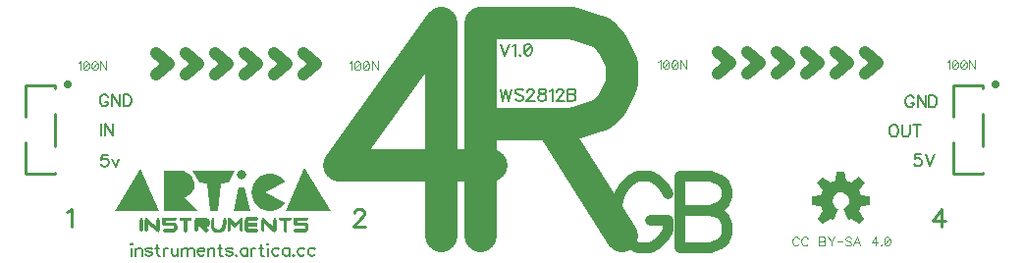
<source format=gbr>
G04 DipTrace 3.3.1.3*
G04 TopSilk.gbr*
%MOIN*%
G04 #@! TF.FileFunction,Legend,Top*
G04 #@! TF.Part,Single*
%ADD10C,0.009843*%
%ADD16C,0.03937*%
%ADD18C,0.027543*%
%ADD22C,0.015584*%
%ADD23C,0.032777*%
%ADD24C,0.012511*%
%ADD25C,0.012511*%
%ADD26C,0.012438*%
%ADD27C,0.012438*%
%ADD28C,0.013974*%
%ADD29O,0.015584X0.014044*%
%ADD30O,0.026485X0.032763*%
%ADD31O,0.007829X0.006247*%
%ADD32C,0.014047*%
%ADD33O,0.015657X0.014044*%
%ADD34O,0.012438X0.014044*%
%ADD35O,0.012438X0.010921*%
%ADD48C,0.004632*%
%ADD49C,0.006176*%
%ADD50C,0.009264*%
%ADD51C,0.111163*%
%ADD52C,0.037054*%
%FSLAX26Y26*%
G04*
G70*
G90*
G75*
G01*
G04 TopSilk*
%LPD*%
D18*
X881500Y1040539D3*
X836429Y941389D2*
D10*
Y831091D1*
Y1035698D2*
Y1027959D1*
Y1035698D2*
X738374D1*
Y929541D1*
Y842844D2*
Y735827D1*
X836429Y741273D2*
Y735827D1*
X738374D2*
X836429D1*
D18*
X4031106Y1040539D3*
X3986035Y941389D2*
D10*
Y831091D1*
Y1035698D2*
Y1027959D1*
Y1035698D2*
X3887981D1*
Y929541D1*
Y842844D2*
Y735827D1*
X3986035Y741273D2*
Y735827D1*
X3887981D2*
X3986035D1*
G36*
X3491636Y745333D2*
X3518153D1*
X3522826Y714135D1*
X3541556Y706331D1*
X3566516Y726621D1*
X3586783Y706331D1*
X3566516Y681376D1*
X3574323Y664208D1*
X3605513Y659526D1*
Y631449D1*
X3574323Y628328D1*
X3566516Y609616D1*
X3585226Y584644D1*
X3566516Y565932D1*
X3541556Y584644D1*
X3530633Y579979D1*
X3515038Y617420D1*
X3525961Y626767D1*
X3533748Y637693D1*
Y650179D1*
X3530633Y661086D1*
X3521268Y668890D1*
X3510346Y673573D1*
X3497866D1*
X3486943Y667329D1*
X3480713Y657965D1*
X3477598Y645496D1*
X3480713Y633010D1*
X3488521Y622085D1*
X3496308Y617420D1*
X3480713Y579979D1*
X3469791Y584644D1*
X3444831Y565932D1*
X3426121Y584644D1*
X3444831Y611177D1*
X3437023Y628328D1*
X3405833Y631449D1*
Y659526D1*
X3438601Y662647D1*
X3444831Y681376D1*
X3424563Y706331D1*
X3444831Y725060D1*
X3469791Y706331D1*
X3488521Y712574D1*
X3491636Y745333D1*
G37*
D22*
X1208804Y580896D3*
G36*
X1041881Y610535D2*
X1126239Y754301D1*
X1191867Y610535D1*
X1041881D1*
G37*
G36*
X1205695Y747811D2*
X1264958D1*
X1272786Y746260D1*
X1283688Y741586D1*
X1291516Y736912D1*
X1299272Y730665D1*
X1303954Y724418D1*
X1308637Y715070D1*
X1310173Y707251D1*
X1311783Y696352D1*
X1310173Y686982D1*
X1305491Y676061D1*
X1299272Y669814D1*
X1291516Y663589D1*
X1282151Y658893D1*
X1274323Y655792D1*
X1322684Y610535D1*
X1205695D1*
Y747811D1*
G37*
G36*
X1303954D2*
X1447502D1*
X1427236Y708823D1*
X1399141Y704149D1*
X1389776Y612108D1*
X1363217D1*
X1353852Y704149D1*
X1325830Y708823D1*
X1303954Y747811D1*
G37*
G36*
X1461550Y690105D2*
X1481816D1*
X1502082Y610535D1*
X1442820D1*
X1461550Y690105D1*
G37*
G36*
X1619072Y637051D2*
X1550444Y674510D1*
X1619072Y710374D1*
X1609707Y721295D1*
X1600342Y727542D1*
X1587904Y733789D1*
X1575393Y736912D1*
X1561345D1*
X1548907Y733789D1*
X1536396Y729092D1*
X1525495Y721295D1*
X1516130Y710374D1*
X1509911Y699453D1*
X1506765Y686982D1*
X1505228Y674510D1*
X1506765Y660466D1*
X1509911Y647972D1*
X1517666Y635500D1*
X1527031Y626152D1*
X1537933Y618333D1*
X1550444Y613658D1*
X1561345Y610535D1*
X1575393D1*
X1587904Y613658D1*
X1601951Y619905D1*
X1619072Y637051D1*
G37*
G36*
X1620608Y612108D2*
X1684627Y757181D1*
X1773521Y610535D1*
X1620608Y612108D1*
G37*
D23*
X1471646Y733002D3*
G36*
X1124556Y580896D2*
X1137067D1*
Y543459D1*
X1124556D1*
Y580896D1*
G37*
D24*
X1130811Y582457D3*
D25*
Y543459D3*
G36*
X1141749Y580896D2*
X1154187D1*
Y543459D1*
X1141749D1*
Y580896D1*
G37*
D26*
X1147968Y582457D3*
D27*
Y543459D3*
G36*
X1182282Y580896D2*
X1194793D1*
Y543459D1*
X1182282D1*
Y580896D1*
G37*
D24*
X1188538Y582457D3*
D25*
Y543459D3*
G36*
X1274323Y579345D2*
X1286834D1*
Y541908D1*
X1274323D1*
Y579345D1*
G37*
D24*
X1280578Y580907D3*
Y541897D3*
D28*
X1245460Y562953D3*
D29*
X1244655Y545807D3*
D22*
X1654959Y580896D3*
G36*
X1261812Y588693D2*
X1299272D1*
Y576222D1*
X1261812D1*
Y588693D1*
G37*
D24*
X1263385Y582457D3*
D26*
X1297735D3*
G36*
X1311783Y580896D2*
X1324221D1*
Y543459D1*
X1311783D1*
Y580896D1*
G37*
D26*
X1318002Y582457D3*
D27*
Y543459D3*
G36*
X1366363Y580896D2*
X1378874D1*
Y562177D1*
X1366363D1*
Y580896D1*
G37*
D24*
X1372619Y582457D3*
G36*
X1318002Y588693D2*
X1352316D1*
Y555930D1*
X1318002D1*
Y588693D1*
G37*
G36*
X1406896Y580896D2*
X1419407D1*
Y566851D1*
X1406896D1*
Y580896D1*
G37*
D24*
X1413152Y582457D3*
D30*
X1349974Y572312D3*
G36*
X1612853Y579345D2*
X1625291D1*
Y541908D1*
X1612853D1*
Y579345D1*
G37*
D26*
X1619072Y580907D3*
Y541897D3*
G36*
X1600342Y588693D2*
X1637802D1*
Y576222D1*
X1600342D1*
Y588693D1*
G37*
D24*
X1601915Y582457D3*
X1636229D3*
G36*
X1480206Y580896D2*
X1492717D1*
Y543459D1*
X1480206D1*
Y580896D1*
G37*
D24*
X1486462Y582457D3*
D25*
Y543459D3*
G36*
X1463086Y580896D2*
X1475597D1*
Y543459D1*
X1463086D1*
Y580896D1*
G37*
D24*
X1469341Y582457D3*
D25*
Y543459D3*
G36*
X1422553Y580896D2*
X1434991D1*
Y543459D1*
X1422553D1*
Y580896D1*
G37*
D26*
X1428772Y582457D3*
D27*
Y543459D3*
G36*
X1369509Y565301D2*
X1378874D1*
Y555930D1*
X1369509D1*
Y565301D1*
G37*
D31*
X1448270Y557503D3*
D32*
X1691650Y562953D3*
D33*
X1690846Y545807D3*
G36*
X1656532Y588693D2*
X1693992D1*
Y576222D1*
X1656532D1*
Y588693D1*
G37*
D26*
X1658068Y582457D3*
D24*
X1692419D3*
G36*
X1651849Y569975D2*
X1689309D1*
Y559054D1*
X1651849D1*
Y569975D1*
G37*
D34*
X1653386Y566076D3*
G36*
X1651849Y549706D2*
X1689309D1*
Y538785D1*
X1651849D1*
Y549706D1*
G37*
G36*
X1147968Y588693D2*
X1191647Y549706D1*
X1190111Y537212D1*
X1183819Y540335D1*
X1147968Y571548D1*
Y588693D1*
G37*
G36*
X1536396Y580896D2*
X1548907D1*
Y543459D1*
X1536396D1*
Y580896D1*
G37*
D24*
X1542652Y582457D3*
D25*
Y543459D3*
G36*
X1576929Y580896D2*
X1589440D1*
Y543459D1*
X1576929D1*
Y580896D1*
G37*
D24*
X1583185Y582457D3*
D25*
Y543459D3*
G36*
X1542615Y588693D2*
X1586294Y549706D1*
X1584758Y537212D1*
X1578539Y540335D1*
X1542615Y571548D1*
Y588693D1*
G37*
G36*
X1210377D2*
X1247764D1*
Y576222D1*
X1210377D1*
Y588693D1*
G37*
D26*
X1211914Y582457D3*
X1246228D3*
G36*
X1205695Y569975D2*
X1243155D1*
Y559054D1*
X1205695D1*
Y569975D1*
G37*
D34*
X1207231Y566076D3*
D35*
X1651849Y544245D3*
G36*
X1205695Y549706D2*
X1243155D1*
Y538785D1*
X1205695D1*
Y549706D1*
G37*
D35*
Y544245D3*
D26*
X1241545Y545021D3*
D25*
X1355425Y543459D3*
G36*
X1330513Y557503D2*
X1350779Y538785D1*
X1360144Y548133D1*
X1347633Y560627D1*
X1330513Y557503D1*
G37*
G36*
X1391312Y537212D2*
X1402213D1*
X1413188Y545032D1*
X1417871Y555930D1*
X1419407Y568424D1*
X1406896Y569975D1*
X1405360Y557503D1*
X1391312Y537212D1*
G37*
G36*
X1366363Y568424D2*
Y552829D1*
X1377265Y538785D1*
X1394458Y537212D1*
X1408506Y546582D1*
X1400677Y551256D1*
X1394458Y548133D1*
X1385093Y549706D1*
X1366363Y568424D1*
G37*
G36*
X1430308Y588693D2*
X1449038Y571548D1*
X1466232Y587143D1*
X1472451Y577772D1*
X1452185Y557503D1*
X1444356D1*
X1430308Y571548D1*
Y588693D1*
G37*
G36*
X1201012Y579345D2*
X1213450D1*
Y566851D1*
X1201012D1*
Y579345D1*
G37*
G36*
X1241545Y560627D2*
X1252447D1*
Y546582D1*
X1241545D1*
Y560627D1*
G37*
G36*
X1486498Y590266D2*
X1523885D1*
Y577772D1*
X1486498D1*
Y590266D1*
G37*
D27*
X1488035Y584019D3*
X1522349D3*
G36*
X1484889Y569975D2*
X1522349D1*
Y557503D1*
X1484889D1*
Y569975D1*
G37*
D24*
X1486462Y563739D3*
D26*
X1520812D3*
G36*
X1486498Y549706D2*
X1523885D1*
Y537212D1*
X1486498D1*
Y549706D1*
G37*
D27*
X1488035Y543459D3*
X1522349D3*
D24*
X1687736Y545021D3*
G36*
X1647167Y579345D2*
X1659605D1*
Y566851D1*
X1647167D1*
Y579345D1*
G37*
G36*
X1687700Y560627D2*
X1698674D1*
Y546582D1*
X1687700D1*
Y560627D1*
G37*
X1379945Y1147598D2*
D16*
X1423696Y1110098D1*
X1379945Y1072597D2*
X1423696Y1110097D1*
X3288123Y1150718D2*
X3331874Y1113218D1*
X3288123Y1075717D2*
X3331874Y1113217D1*
X1479945Y1147598D2*
X1523696Y1110098D1*
X1479945Y1072597D2*
X1523696Y1110097D1*
X3388123Y1150718D2*
X3431874Y1113218D1*
X3388123Y1075717D2*
X3431874Y1113217D1*
X1279945Y1147598D2*
X1323696Y1110098D1*
X1279945Y1072597D2*
X1323696Y1110097D1*
X3188123Y1150718D2*
X3231874Y1113218D1*
X3188123Y1075717D2*
X3231874Y1113217D1*
X1179945Y1147598D2*
X1223696Y1110098D1*
X1179945Y1072597D2*
X1223696Y1110097D1*
X3088123Y1150718D2*
X3131874Y1113218D1*
X3088123Y1075717D2*
X3131874Y1113217D1*
X1579945Y1147598D2*
X1623696Y1110098D1*
X1579945Y1072597D2*
X1623696Y1110097D1*
X1679945Y1147598D2*
X1723696Y1110098D1*
X1679945Y1072597D2*
X1723696Y1110097D1*
X3488123Y1150718D2*
X3531874Y1113218D1*
X3488123Y1075717D2*
X3531874Y1113217D1*
X3588123Y1150718D2*
X3631874Y1113218D1*
X3588123Y1075717D2*
X3631874Y1113217D1*
X1016053Y802179D2*
D49*
X996952D1*
X995050Y784979D1*
X996952Y786880D1*
X1002700Y788826D1*
X1008404D1*
X1014152Y786880D1*
X1017998Y783078D1*
X1019900Y777330D1*
Y773527D1*
X1017998Y767779D1*
X1014152Y763932D1*
X1008404Y762031D1*
X1002700D1*
X996952Y763932D1*
X995050Y765878D1*
X993105Y769680D1*
X1032251Y788826D2*
X1043747Y762031D1*
X1055199Y788826D1*
X1017864Y997372D2*
X1015963Y1001175D1*
X1012116Y1005021D1*
X1008313Y1006923D1*
X1000664D1*
X996817Y1005021D1*
X993015Y1001175D1*
X991069Y997372D1*
X989168Y991624D1*
Y982029D1*
X991069Y976325D1*
X993015Y972479D1*
X996817Y968676D1*
X1000664Y966731D1*
X1008313D1*
X1012116Y968676D1*
X1015963Y972479D1*
X1017864Y976325D1*
Y982029D1*
X1008313D1*
X1057010Y1006923D2*
Y966731D1*
X1030215Y1006923D1*
Y966731D1*
X1069361Y1006923D2*
Y966731D1*
X1082759D1*
X1088507Y968676D1*
X1092353Y972479D1*
X1094255Y976325D1*
X1096156Y982029D1*
Y991624D1*
X1094255Y997372D1*
X1092353Y1001175D1*
X1088507Y1005021D1*
X1082759Y1006923D1*
X1069361D1*
X994606Y906136D2*
Y865944D1*
X1033752Y906136D2*
Y865944D1*
X1006958Y906136D1*
Y865944D1*
X3753784Y994211D2*
X3751883Y998013D1*
X3748036Y1001860D1*
X3744233Y1003761D1*
X3736584D1*
X3732737Y1001860D1*
X3728935Y998013D1*
X3726989Y994211D1*
X3725088Y988463D1*
Y978868D1*
X3726989Y973164D1*
X3728935Y969317D1*
X3732737Y965515D1*
X3736584Y963569D1*
X3744233D1*
X3748036Y965515D1*
X3751883Y969317D1*
X3753784Y973164D1*
Y978868D1*
X3744233D1*
X3792930Y1003761D2*
Y963569D1*
X3766135Y1003761D1*
Y963569D1*
X3805281Y1003761D2*
Y963569D1*
X3818679D1*
X3824427Y965515D1*
X3828273Y969317D1*
X3830175Y973164D1*
X3832076Y978868D1*
Y988463D1*
X3830175Y994211D1*
X3828273Y998013D1*
X3824427Y1001860D1*
X3818679Y1003761D1*
X3805281D1*
X3777086Y803717D2*
X3757984D1*
X3756083Y786517D1*
X3757984Y788418D1*
X3763733Y790364D1*
X3769436D1*
X3775184Y788418D1*
X3779031Y784616D1*
X3780932Y778868D1*
Y775065D1*
X3779031Y769317D1*
X3775184Y765470D1*
X3769436Y763569D1*
X3763733D1*
X3757984Y765470D1*
X3756083Y767416D1*
X3754138Y771218D1*
X3793284Y803761D2*
X3808582Y763569D1*
X3823881Y803761D1*
X3681400Y903761D2*
X3677553Y901860D1*
X3673751Y898013D1*
X3671805Y894211D1*
X3669904Y888463D1*
Y878868D1*
X3671805Y873164D1*
X3673751Y869317D1*
X3677553Y865515D1*
X3681400Y863569D1*
X3689049D1*
X3692852Y865515D1*
X3696699Y869317D1*
X3698600Y873164D1*
X3700501Y878868D1*
Y888463D1*
X3698600Y894211D1*
X3696699Y898013D1*
X3692852Y901860D1*
X3689049Y903761D1*
X3681400D1*
X3712853D2*
Y875065D1*
X3714754Y869317D1*
X3718601Y865515D1*
X3724349Y863569D1*
X3728151D1*
X3733899Y865515D1*
X3737746Y869317D1*
X3739647Y875065D1*
Y903761D1*
X3765396D2*
Y863569D1*
X3751999Y903761D2*
X3778793D1*
X916425Y1113601D2*
D48*
X919310Y1115060D1*
X923621Y1119338D1*
Y1089227D1*
X941506Y1119338D2*
X937195Y1117912D1*
X934310Y1113601D1*
X932884Y1106438D1*
Y1102127D1*
X934310Y1094964D1*
X937195Y1090653D1*
X941506Y1089227D1*
X944358D1*
X948669Y1090653D1*
X951521Y1094964D1*
X952980Y1102127D1*
Y1106438D1*
X951521Y1113601D1*
X948669Y1117912D1*
X944358Y1119338D1*
X941506D1*
X951521Y1113601D2*
X934310Y1094964D1*
X970866Y1119338D2*
X966555Y1117912D1*
X963670Y1113601D1*
X962244Y1106438D1*
Y1102127D1*
X963670Y1094964D1*
X966555Y1090653D1*
X970866Y1089227D1*
X973718D1*
X978029Y1090653D1*
X980881Y1094964D1*
X982340Y1102127D1*
Y1106438D1*
X980881Y1113601D1*
X978029Y1117912D1*
X973718Y1119338D1*
X970866D1*
X980881Y1113601D2*
X963670Y1094964D1*
X1011700Y1119371D2*
Y1089227D1*
X991604Y1119371D1*
Y1089227D1*
X2885174Y1116725D2*
X2888059Y1118184D1*
X2892370Y1122462D1*
Y1092351D1*
X2910256Y1122462D2*
X2905945Y1121036D1*
X2903060Y1116725D1*
X2901634Y1109562D1*
Y1105251D1*
X2903060Y1098088D1*
X2905945Y1093777D1*
X2910256Y1092351D1*
X2913108D1*
X2917419Y1093777D1*
X2920271Y1098088D1*
X2921730Y1105251D1*
Y1109562D1*
X2920271Y1116725D1*
X2917419Y1121036D1*
X2913108Y1122462D1*
X2910256D1*
X2920271Y1116725D2*
X2903060Y1098088D1*
X2939615Y1122462D2*
X2935304Y1121036D1*
X2932419Y1116725D1*
X2930993Y1109562D1*
Y1105251D1*
X2932419Y1098088D1*
X2935304Y1093777D1*
X2939615Y1092351D1*
X2942467D1*
X2946778Y1093777D1*
X2949630Y1098088D1*
X2951089Y1105251D1*
Y1109562D1*
X2949630Y1116725D1*
X2946778Y1121036D1*
X2942467Y1122462D1*
X2939615D1*
X2949630Y1116725D2*
X2932419Y1098088D1*
X2980449Y1122495D2*
Y1092351D1*
X2960353Y1122495D1*
Y1092351D1*
X3866422Y1116725D2*
X3869307Y1118184D1*
X3873618Y1122462D1*
Y1092351D1*
X3891504Y1122462D2*
X3887193Y1121036D1*
X3884308Y1116725D1*
X3882882Y1109562D1*
Y1105251D1*
X3884308Y1098088D1*
X3887193Y1093777D1*
X3891504Y1092351D1*
X3894356D1*
X3898667Y1093777D1*
X3901519Y1098088D1*
X3902978Y1105251D1*
Y1109562D1*
X3901519Y1116725D1*
X3898667Y1121036D1*
X3894356Y1122462D1*
X3891504D1*
X3901519Y1116725D2*
X3884308Y1098088D1*
X3920863Y1122462D2*
X3916552Y1121036D1*
X3913667Y1116725D1*
X3912241Y1109562D1*
Y1105251D1*
X3913667Y1098088D1*
X3916552Y1093777D1*
X3920863Y1092351D1*
X3923715D1*
X3928026Y1093777D1*
X3930878Y1098088D1*
X3932337Y1105251D1*
Y1109562D1*
X3930878Y1116725D1*
X3928026Y1121036D1*
X3923715Y1122462D1*
X3920863D1*
X3930878Y1116725D2*
X3913667Y1098088D1*
X3961697Y1122495D2*
Y1092351D1*
X3941601Y1122495D1*
Y1092351D1*
X1837685Y1113601D2*
X1840570Y1115060D1*
X1844881Y1119338D1*
Y1089227D1*
X1862766Y1119338D2*
X1858455Y1117912D1*
X1855570Y1113601D1*
X1854144Y1106438D1*
Y1102127D1*
X1855570Y1094964D1*
X1858455Y1090653D1*
X1862766Y1089227D1*
X1865618D1*
X1869929Y1090653D1*
X1872781Y1094964D1*
X1874240Y1102127D1*
Y1106438D1*
X1872781Y1113601D1*
X1869929Y1117912D1*
X1865618Y1119338D1*
X1862766D1*
X1872781Y1113601D2*
X1855570Y1094964D1*
X1892126Y1119338D2*
X1887815Y1117912D1*
X1884930Y1113601D1*
X1883504Y1106438D1*
Y1102127D1*
X1884930Y1094964D1*
X1887815Y1090653D1*
X1892126Y1089227D1*
X1894978D1*
X1899289Y1090653D1*
X1902141Y1094964D1*
X1903600Y1102127D1*
Y1106438D1*
X1902141Y1113601D1*
X1899289Y1117912D1*
X1894978Y1119338D1*
X1892126D1*
X1902141Y1113601D2*
X1884930Y1094964D1*
X1932959Y1119371D2*
Y1089227D1*
X1912863Y1119371D1*
Y1089227D1*
X1852907Y604177D2*
D50*
Y607029D1*
X1855759Y612799D1*
X1858611Y615651D1*
X1864381Y618503D1*
X1875855D1*
X1881559Y615651D1*
X1884411Y612799D1*
X1887329Y607029D1*
Y601325D1*
X1884411Y595555D1*
X1878707Y587000D1*
X1849989Y558282D1*
X1890181D1*
X3847456D2*
Y618503D1*
X3818738Y578378D1*
X3861782D1*
X878113Y606810D2*
X883884Y609728D1*
X892506Y618284D1*
Y558062D1*
X1095608Y498570D2*
D49*
X1097509Y496668D1*
X1099454Y498570D1*
X1097509Y500515D1*
X1095608Y498570D1*
X1097509Y485172D2*
Y458378D1*
X1111806Y485172D2*
Y458378D1*
Y477523D2*
X1117554Y483271D1*
X1121400Y485172D1*
X1127104D1*
X1130951Y483271D1*
X1132852Y477523D1*
Y458378D1*
X1166250Y479424D2*
X1164349Y483271D1*
X1158601Y485172D1*
X1152853D1*
X1147105Y483271D1*
X1145204Y479424D1*
X1147105Y475622D1*
X1150952Y473676D1*
X1160502Y471775D1*
X1164349Y469874D1*
X1166250Y466027D1*
Y464126D1*
X1164349Y460323D1*
X1158601Y458378D1*
X1152853D1*
X1147105Y460323D1*
X1145204Y464126D1*
X1184350Y498570D2*
Y466027D1*
X1186251Y460323D1*
X1190098Y458378D1*
X1193900D1*
X1178602Y485172D2*
X1191999D1*
X1206252D2*
Y458378D1*
Y473676D2*
X1208197Y479424D1*
X1212000Y483271D1*
X1215847Y485172D1*
X1221595D1*
X1233946D2*
Y466027D1*
X1235847Y460323D1*
X1239694Y458378D1*
X1245442D1*
X1249245Y460323D1*
X1254993Y466027D1*
Y485172D2*
Y458378D1*
X1267344Y485172D2*
Y458378D1*
Y477523D2*
X1273092Y483271D1*
X1276939Y485172D1*
X1282643D1*
X1286489Y483271D1*
X1288391Y477523D1*
Y458378D1*
Y477523D2*
X1294139Y483271D1*
X1297985Y485172D1*
X1303689D1*
X1307536Y483271D1*
X1309482Y477523D1*
Y458378D1*
X1321833Y473676D2*
X1344781D1*
Y477523D1*
X1342880Y481370D1*
X1340978Y483271D1*
X1337132Y485172D1*
X1331383D1*
X1327581Y483271D1*
X1323734Y479424D1*
X1321833Y473676D1*
Y469874D1*
X1323734Y464126D1*
X1327581Y460323D1*
X1331383Y458378D1*
X1337132D1*
X1340978Y460323D1*
X1344781Y464126D1*
X1357132Y485172D2*
Y458378D1*
Y477523D2*
X1362880Y483271D1*
X1366727Y485172D1*
X1372431D1*
X1376278Y483271D1*
X1378179Y477523D1*
Y458378D1*
X1396278Y498570D2*
Y466027D1*
X1398180Y460323D1*
X1402026Y458378D1*
X1405829D1*
X1390530Y485172D2*
X1403928D1*
X1439227Y479424D2*
X1437326Y483271D1*
X1431578Y485172D1*
X1425830D1*
X1420082Y483271D1*
X1418180Y479424D1*
X1420082Y475622D1*
X1423928Y473676D1*
X1433479Y471775D1*
X1437326Y469874D1*
X1439227Y466027D1*
Y464126D1*
X1437326Y460323D1*
X1431578Y458378D1*
X1425830D1*
X1420082Y460323D1*
X1418180Y464126D1*
X1453480Y462224D2*
X1451578Y460279D1*
X1453480Y458378D1*
X1455425Y460279D1*
X1453480Y462224D1*
X1490724Y485172D2*
Y458378D1*
Y479424D2*
X1486922Y483271D1*
X1483075Y485172D1*
X1477371D1*
X1473524Y483271D1*
X1469722Y479424D1*
X1467776Y473676D1*
Y469874D1*
X1469722Y464126D1*
X1473524Y460323D1*
X1477371Y458378D1*
X1483075D1*
X1486922Y460323D1*
X1490724Y464126D1*
X1503076Y485172D2*
Y458378D1*
Y473676D2*
X1505021Y479424D1*
X1508824Y483271D1*
X1512671Y485172D1*
X1518419D1*
X1536518Y498570D2*
Y466027D1*
X1538419Y460323D1*
X1542266Y458378D1*
X1546069D1*
X1530770Y485172D2*
X1544167D1*
X1558420Y498570D2*
X1560321Y496668D1*
X1562267Y498570D1*
X1560321Y500515D1*
X1558420Y498570D1*
X1560321Y485172D2*
Y458378D1*
X1597610Y479424D2*
X1593764Y483271D1*
X1589917Y485172D1*
X1584213D1*
X1580366Y483271D1*
X1576564Y479424D1*
X1574618Y473676D1*
Y469874D1*
X1576564Y464126D1*
X1580366Y460323D1*
X1584213Y458378D1*
X1589917D1*
X1593764Y460323D1*
X1597610Y464126D1*
X1632910Y485172D2*
Y458378D1*
Y479424D2*
X1629107Y483271D1*
X1625260Y485172D1*
X1619556D1*
X1615710Y483271D1*
X1611907Y479424D1*
X1609962Y473676D1*
Y469874D1*
X1611907Y464126D1*
X1615710Y460323D1*
X1619556Y458378D1*
X1625260D1*
X1629107Y460323D1*
X1632910Y464126D1*
X1647162Y462224D2*
X1645261Y460279D1*
X1647162Y458378D1*
X1649108Y460279D1*
X1647162Y462224D1*
X1684451Y479424D2*
X1680604Y483271D1*
X1676758Y485172D1*
X1671054D1*
X1667207Y483271D1*
X1663405Y479424D1*
X1661459Y473676D1*
Y469874D1*
X1663405Y464126D1*
X1667207Y460323D1*
X1671054Y458378D1*
X1676758D1*
X1680604Y460323D1*
X1684451Y464126D1*
X1719795Y479424D2*
X1715948Y483271D1*
X1712101Y485172D1*
X1706397D1*
X1702551Y483271D1*
X1698748Y479424D1*
X1696803Y473676D1*
Y469874D1*
X1698748Y464126D1*
X1702551Y460323D1*
X1706397Y458378D1*
X1712101D1*
X1715948Y460323D1*
X1719795Y464126D1*
X2146044Y526856D2*
D51*
Y1249516D1*
X1801428Y768008D1*
X2317955D1*
X2279552Y905695D2*
X2589150D1*
X2692615Y940714D1*
X2727634Y974937D1*
X2761856Y1043383D1*
Y1112624D1*
X2727634Y1181070D1*
X2692615Y1216089D1*
X2589150Y1250312D1*
X2279552D1*
Y526856D1*
X2520704Y905695D2*
X2761856Y526856D1*
X2349182Y1178479D2*
D49*
X2364481Y1138287D1*
X2379780Y1178479D1*
X2392131Y1170785D2*
X2395978Y1172731D1*
X2401726Y1178435D1*
Y1138287D1*
X2415978Y1142134D2*
X2414077Y1140188D1*
X2415978Y1138287D1*
X2417924Y1140188D1*
X2415978Y1142134D1*
X2441771Y1178435D2*
X2436023Y1176533D1*
X2432177Y1170785D1*
X2430275Y1161235D1*
Y1155487D1*
X2432177Y1145936D1*
X2436023Y1140188D1*
X2441771Y1138287D1*
X2445574D1*
X2451322Y1140188D1*
X2455124Y1145936D1*
X2457070Y1155487D1*
Y1161235D1*
X2455124Y1170785D1*
X2451322Y1176533D1*
X2445574Y1178435D1*
X2441771D1*
X2455124Y1170785D2*
X2432177Y1145936D1*
X2915871Y672099D2*
D52*
X2904463Y694915D1*
X2881383Y717995D1*
X2858567Y729403D1*
X2812671D1*
X2789591Y717995D1*
X2766776Y694915D1*
X2755103Y672099D1*
X2743695Y637611D1*
Y580042D1*
X2755103Y545819D1*
X2766776Y522739D1*
X2789591Y499924D1*
X2812671Y488251D1*
X2858567D1*
X2881383Y499924D1*
X2904463Y522739D1*
X2915871Y545819D1*
Y580042D1*
X2858567D1*
X3362860Y515901D2*
D48*
X3361434Y518753D1*
X3358549Y521638D1*
X3355697Y523064D1*
X3349960D1*
X3347075Y521638D1*
X3344223Y518753D1*
X3342764Y515901D1*
X3341338Y511590D1*
Y504394D1*
X3342764Y500116D1*
X3344223Y497231D1*
X3347075Y494379D1*
X3349960Y492920D1*
X3355697D1*
X3358549Y494379D1*
X3361434Y497231D1*
X3362860Y500116D1*
X3393646Y515901D2*
X3392220Y518753D1*
X3389335Y521638D1*
X3386483Y523064D1*
X3380746D1*
X3377861Y521638D1*
X3375009Y518753D1*
X3373550Y515901D1*
X3372124Y511590D1*
Y504394D1*
X3373550Y500116D1*
X3375009Y497231D1*
X3377861Y494379D1*
X3380746Y492920D1*
X3386483D1*
X3389335Y494379D1*
X3392220Y497231D1*
X3393646Y500116D1*
X3432070Y523064D2*
Y492920D1*
X3445003D1*
X3449314Y494379D1*
X3450740Y495805D1*
X3452166Y498657D1*
Y502968D1*
X3450740Y505853D1*
X3449314Y507279D1*
X3445003Y508705D1*
X3449314Y510164D1*
X3450740Y511590D1*
X3452166Y514442D1*
Y517327D1*
X3450740Y520179D1*
X3449314Y521638D1*
X3445003Y523064D1*
X3432070D1*
Y508705D2*
X3445003D1*
X3461429Y523064D2*
X3472903Y508705D1*
Y492920D1*
X3484377Y523064D2*
X3472903Y508705D1*
X3493641Y507975D2*
X3510222D1*
X3539581Y518753D2*
X3536729Y521638D1*
X3532418Y523064D1*
X3526681D1*
X3522370Y521638D1*
X3519485Y518753D1*
Y515901D1*
X3520944Y513016D1*
X3522370Y511590D1*
X3525222Y510164D1*
X3533844Y507279D1*
X3536729Y505853D1*
X3538155Y504394D1*
X3539581Y501542D1*
Y497231D1*
X3536729Y494379D1*
X3532418Y492920D1*
X3526681D1*
X3522370Y494379D1*
X3519485Y497231D1*
X3571826Y492920D2*
X3560319Y523064D1*
X3548845Y492920D1*
X3553156Y502968D2*
X3567515D1*
X3624609Y492920D2*
Y523030D1*
X3610250Y502968D1*
X3631772D1*
X3642461Y495805D2*
X3641035Y494346D1*
X3642461Y492920D1*
X3643921Y494346D1*
X3642461Y495805D1*
X3661806Y523030D2*
X3657495Y521605D1*
X3654610Y517293D1*
X3653184Y510131D1*
Y505820D1*
X3654610Y498657D1*
X3657495Y494346D1*
X3661806Y492920D1*
X3664658D1*
X3668969Y494346D1*
X3671821Y498657D1*
X3673280Y505820D1*
Y510131D1*
X3671821Y517293D1*
X3668969Y521605D1*
X3664658Y523030D1*
X3661806D1*
X3671821Y517293D2*
X3654610Y498657D1*
X2956294Y729403D2*
D52*
Y488251D1*
X3059758D1*
X3094246Y499924D1*
X3105654Y511331D1*
X3117062Y534147D1*
Y568635D1*
X3105654Y591715D1*
X3094246Y603123D1*
X3059758Y614531D1*
X3094246Y626203D1*
X3105654Y637611D1*
X3117062Y660426D1*
Y683507D1*
X3105654Y706322D1*
X3094246Y717995D1*
X3059758Y729403D1*
X2956294D1*
Y614531D2*
X3059758D1*
X2349182Y1024936D2*
D49*
X2358777Y984744D1*
X2368328Y1024936D1*
X2377878Y984744D1*
X2387473Y1024936D1*
X2426619Y1019188D2*
X2422817Y1023034D1*
X2417069Y1024936D1*
X2409419D1*
X2403671Y1023034D1*
X2399824Y1019188D1*
Y1015385D1*
X2401770Y1011538D1*
X2403671Y1009637D1*
X2407474Y1007736D1*
X2418970Y1003889D1*
X2422817Y1001988D1*
X2424718Y1000042D1*
X2426619Y996240D1*
Y990492D1*
X2422817Y986689D1*
X2417069Y984744D1*
X2409419D1*
X2403671Y986689D1*
X2399824Y990492D1*
X2440916Y1015341D2*
Y1017242D1*
X2442817Y1021089D1*
X2444719Y1022990D1*
X2448565Y1024891D1*
X2456215D1*
X2460017Y1022990D1*
X2461918Y1021089D1*
X2463864Y1017242D1*
Y1013440D1*
X2461918Y1009593D1*
X2458116Y1003889D1*
X2438971Y984744D1*
X2465765D1*
X2487667Y1024891D2*
X2481963Y1022990D1*
X2480018Y1019188D1*
Y1015341D1*
X2481963Y1011538D1*
X2485766Y1009593D1*
X2493415Y1007692D1*
X2499163Y1005790D1*
X2502966Y1001944D1*
X2504867Y998141D1*
Y992393D1*
X2502966Y988590D1*
X2501065Y986645D1*
X2495316Y984744D1*
X2487667D1*
X2481963Y986645D1*
X2480018Y988590D1*
X2478117Y992393D1*
Y998141D1*
X2480018Y1001944D1*
X2483865Y1005790D1*
X2489568Y1007692D1*
X2497218Y1009593D1*
X2501065Y1011538D1*
X2502966Y1015341D1*
Y1019188D1*
X2501065Y1022990D1*
X2495316Y1024891D1*
X2487667D1*
X2517218Y1017242D2*
X2521065Y1019188D1*
X2526813Y1024891D1*
Y984744D1*
X2541110Y1015341D2*
Y1017242D1*
X2543011Y1021089D1*
X2544913Y1022990D1*
X2548759Y1024891D1*
X2556409D1*
X2560211Y1022990D1*
X2562113Y1021089D1*
X2564058Y1017242D1*
Y1013440D1*
X2562113Y1009593D1*
X2558310Y1003889D1*
X2539165Y984744D1*
X2565959D1*
X2578311Y1024936D2*
Y984744D1*
X2595555D1*
X2601303Y986689D1*
X2603204Y988590D1*
X2605105Y992393D1*
Y998141D1*
X2603204Y1001988D1*
X2601303Y1003889D1*
X2595555Y1005790D1*
X2601303Y1007736D1*
X2603204Y1009637D1*
X2605105Y1013440D1*
Y1017286D1*
X2603204Y1021089D1*
X2601303Y1023034D1*
X2595555Y1024936D1*
X2578311D1*
Y1005790D2*
X2595555D1*
M02*

</source>
